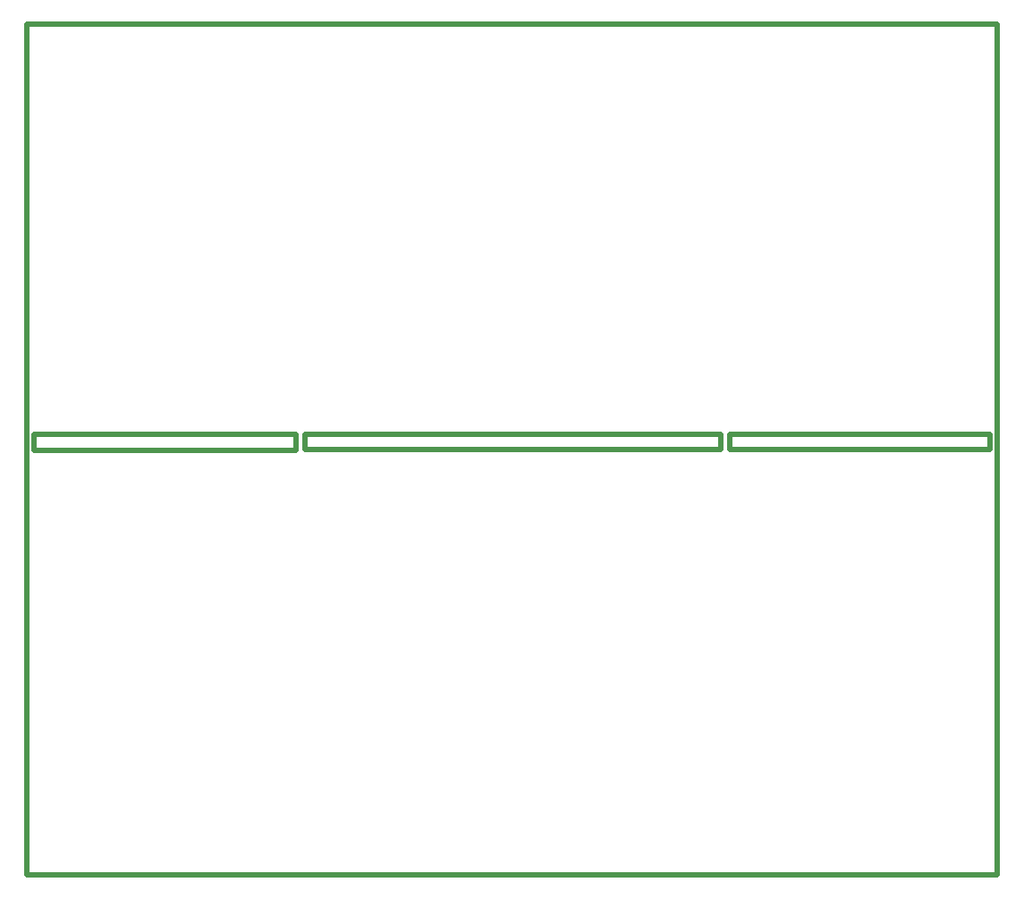
<source format=gm1>
G04 #@! TF.GenerationSoftware,KiCad,Pcbnew,8.0.5*
G04 #@! TF.CreationDate,2024-10-16T23:16:24+02:00*
G04 #@! TF.ProjectId,raspberry_pi_hat,72617370-6265-4727-9279-5f70695f6861,rev?*
G04 #@! TF.SameCoordinates,Original*
G04 #@! TF.FileFunction,Profile,NP*
%FSLAX46Y46*%
G04 Gerber Fmt 4.6, Leading zero omitted, Abs format (unit mm)*
G04 Created by KiCad (PCBNEW 8.0.5) date 2024-10-16 23:16:24*
%MOMM*%
%LPD*%
G01*
G04 APERTURE LIST*
G04 #@! TA.AperFunction,Profile*
%ADD10C,0.500000*%
G04 #@! TD*
G04 APERTURE END LIST*
D10*
X151050000Y-161100000D02*
X175700000Y-161100000D01*
X175700000Y-162500000D01*
X151050000Y-162500000D01*
X151050000Y-161100000D01*
X110850000Y-161100000D02*
X150200000Y-161100000D01*
X150200000Y-162500000D01*
X110850000Y-162500000D01*
X110850000Y-161100000D01*
X84550000Y-122200000D02*
X176400000Y-122200000D01*
X176400000Y-202850000D01*
X84550000Y-202850000D01*
X84550000Y-122200000D01*
X85250000Y-161100000D02*
X110000000Y-161100000D01*
X110000000Y-162600000D01*
X85250000Y-162600000D01*
X85250000Y-161100000D01*
M02*

</source>
